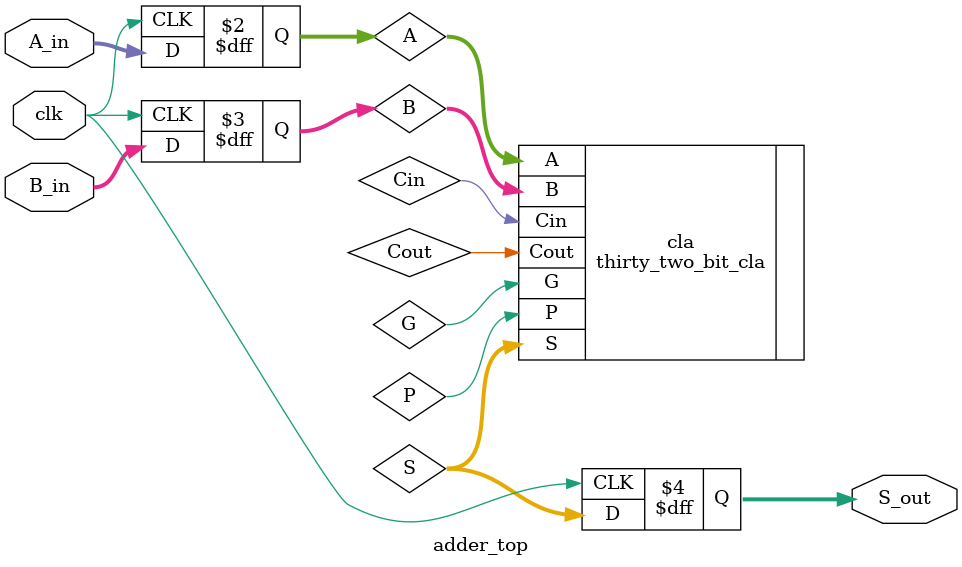
<source format=v>
module adder_top (clk, A_in, B_in, S_out);

input clk;
input [31:0] A_in, B_in;

output reg [31:0] S_out;

reg [31:0] A, B;

wire [31:0] S;
wire Cin, Cout;


// instantiate DUT
thirty_two_bit_cla cla (
	.A(A),				// in
	.B(B),				// in
	.S(S),				// out
	.P(P),				// out
	.G(G),				// out
	.Cin(Cin),		// in
	.Cout(Cout)		// out
);


always @( posedge clk )
begin
	A = A_in;
	B = B_in;
	S_out = S;
end


endmodule

</source>
